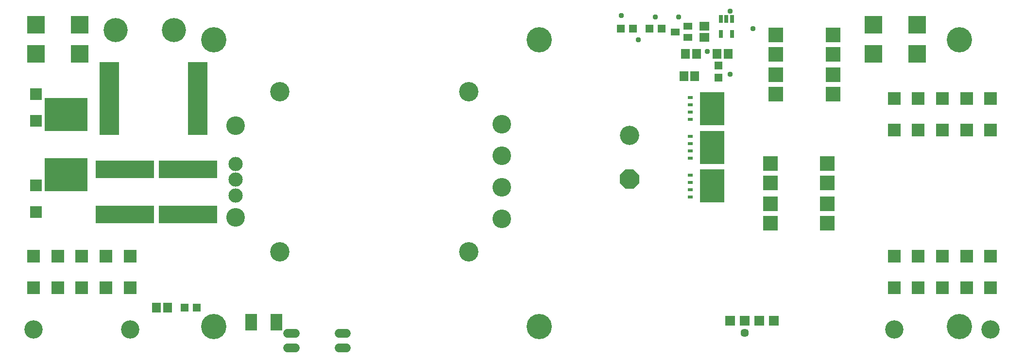
<source format=gbl>
G04 EAGLE Gerber RS-274X export*
G75*
%MOMM*%
%FSLAX34Y34*%
%LPD*%
%INSoldermask Top*%
%IPPOS*%
%AMOC8*
5,1,8,0,0,1.08239X$1,22.5*%
G01*
%ADD10R,1.603200X1.203200*%
%ADD11R,1.703200X1.503200*%
%ADD12R,0.753200X1.403200*%
%ADD13R,1.503200X1.703200*%
%ADD14R,3.353200X12.703200*%
%ADD15R,10.203200X3.053200*%
%ADD16R,7.433200X5.803200*%
%ADD17C,4.203200*%
%ADD18C,3.352800*%
%ADD19P,3.629037X8X292.500000*%
%ADD20R,0.923200X0.613200*%
%ADD21R,4.267200X5.791200*%
%ADD22R,1.403200X1.403200*%
%ADD23C,2.483200*%
%ADD24C,3.248200*%
%ADD25R,2.603200X2.603200*%
%ADD26C,1.524000*%
%ADD27R,2.003200X2.903200*%
%ADD28R,2.303200X2.303200*%
%ADD29C,3.203200*%
%ADD30C,3.378200*%
%ADD31R,3.060700X3.060700*%
%ADD32R,1.778200X1.778200*%
%ADD33C,1.453200*%
%ADD34C,4.403200*%
%ADD35R,2.153200X2.153200*%
%ADD36C,0.959600*%


D10*
X1166500Y564500D03*
X1166500Y583500D03*
X1144500Y574000D03*
D11*
X1195500Y583500D03*
X1195500Y564500D03*
D12*
X1243000Y596250D03*
X1233500Y596250D03*
X1224000Y596250D03*
X1224000Y570250D03*
X1243000Y570250D03*
D13*
X1217500Y536000D03*
X1236500Y536000D03*
D14*
X158250Y457500D03*
X311750Y457500D03*
D15*
X295000Y334250D03*
X295000Y255750D03*
X185000Y334250D03*
X185000Y255750D03*
D16*
X82500Y325000D03*
X82500Y430000D03*
D17*
X169200Y577500D03*
X270800Y577500D03*
D18*
X1065000Y393100D03*
D19*
X1065000Y316900D03*
D13*
X1181500Y535500D03*
X1162500Y535500D03*
X1159500Y497000D03*
X1178500Y497000D03*
D20*
X1170350Y324050D03*
X1170350Y311350D03*
X1170350Y298650D03*
X1170350Y285950D03*
D21*
X1208300Y305000D03*
D20*
X1170350Y391550D03*
X1170350Y378850D03*
X1170350Y366150D03*
X1170350Y353450D03*
D21*
X1208300Y372500D03*
D20*
X1170350Y459050D03*
X1170350Y446350D03*
X1170350Y433650D03*
X1170350Y420950D03*
D21*
X1208300Y440000D03*
D22*
X1220000Y515500D03*
X1220000Y494500D03*
D23*
X378100Y316200D03*
X378100Y288700D03*
D24*
X378100Y410000D03*
X378100Y250000D03*
X841900Y412500D03*
X841900Y302500D03*
X841900Y357500D03*
X841900Y247500D03*
D23*
X378100Y343800D03*
D22*
X1120500Y580000D03*
X1099500Y580000D03*
D25*
X1310000Y274000D03*
X1310000Y240000D03*
X1409400Y274000D03*
X1409200Y240000D03*
X1310000Y344000D03*
X1310000Y310000D03*
X1409400Y344000D03*
X1409200Y310000D03*
X1320000Y499000D03*
X1320000Y465000D03*
X1419400Y499000D03*
X1419200Y465000D03*
X1320000Y569000D03*
X1320000Y535000D03*
X1419400Y569000D03*
X1419200Y535000D03*
D26*
X481900Y47700D02*
X468692Y47700D01*
X468692Y22300D02*
X481900Y22300D01*
X558100Y22300D02*
X571308Y22300D01*
X571308Y47700D02*
X558100Y47700D01*
D27*
X449500Y67500D03*
X405500Y67500D03*
D22*
X1070500Y580000D03*
X1049500Y580000D03*
D28*
X1526000Y457500D03*
X1568000Y457500D03*
X1610000Y457500D03*
X1652000Y457500D03*
X1694000Y457500D03*
X1652000Y402500D03*
X1694000Y402500D03*
X1610000Y402500D03*
X1568000Y402500D03*
X1526000Y402500D03*
X194000Y127900D03*
X152000Y127900D03*
X110000Y127900D03*
X68000Y127900D03*
X26000Y127900D03*
X68000Y182900D03*
X26000Y182900D03*
X110000Y182900D03*
X152000Y182900D03*
X194000Y182900D03*
D29*
X194000Y54900D03*
X26000Y54900D03*
D28*
X1694000Y127900D03*
X1652000Y127900D03*
X1610000Y127900D03*
X1568000Y127900D03*
X1526000Y127900D03*
X1568000Y182900D03*
X1526000Y182900D03*
X1610000Y182900D03*
X1652000Y182900D03*
X1694000Y182900D03*
D29*
X1694000Y54900D03*
X1526000Y54900D03*
D30*
X455408Y469700D03*
X455408Y190300D03*
X784592Y469700D03*
X784592Y190300D03*
D31*
X30000Y586200D03*
X106200Y586200D03*
X106200Y535400D03*
X30000Y535400D03*
X1490000Y586200D03*
X1566200Y586200D03*
X1566200Y535400D03*
X1490000Y535400D03*
D32*
X1240000Y70000D03*
X1265400Y70000D03*
X1290800Y70000D03*
X1316200Y70000D03*
D33*
X1265400Y48400D03*
D34*
X1640000Y60000D03*
X1640000Y560000D03*
X907500Y560000D03*
X907500Y60000D03*
X340000Y560000D03*
X340000Y60000D03*
D35*
X30000Y260000D03*
X30000Y419000D03*
X30000Y306000D03*
X30000Y465000D03*
D22*
X289500Y92500D03*
X310500Y92500D03*
D13*
X240500Y92500D03*
X259500Y92500D03*
D36*
X1150000Y600000D03*
X1200000Y540000D03*
X1240000Y610000D03*
X1280000Y580000D03*
X1240000Y500000D03*
X1110000Y600000D03*
X1080000Y560000D03*
X1050000Y602700D03*
M02*

</source>
